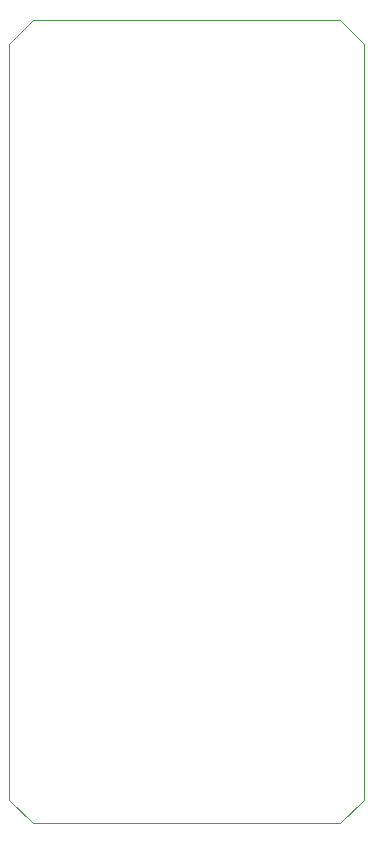
<source format=gm1>
%TF.GenerationSoftware,KiCad,Pcbnew,7.0.7*%
%TF.CreationDate,2023-11-27T18:28:25+03:00*%
%TF.ProjectId,Alatyr,416c6174-7972-42e6-9b69-6361645f7063,rev?*%
%TF.SameCoordinates,PX6422c40PY6146580*%
%TF.FileFunction,Profile,NP*%
%FSLAX46Y46*%
G04 Gerber Fmt 4.6, Leading zero omitted, Abs format (unit mm)*
G04 Created by KiCad (PCBNEW 7.0.7) date 2023-11-27 18:28:25*
%MOMM*%
%LPD*%
G01*
G04 APERTURE LIST*
%TA.AperFunction,Profile*%
%ADD10C,0.100000*%
%TD*%
G04 APERTURE END LIST*
D10*
X0Y0D02*
X26000000Y0D01*
X28000000Y2000000D02*
X28000000Y66000000D01*
X0Y68000000D02*
X-2000000Y66000000D01*
X-2000000Y66000000D02*
X-2000000Y2000000D01*
X28000000Y66000000D02*
X26000000Y68000000D01*
X-2000000Y2000000D02*
X0Y0D01*
X26000000Y0D02*
X28000000Y2000000D01*
X26000000Y68000000D02*
X0Y68000000D01*
M02*

</source>
